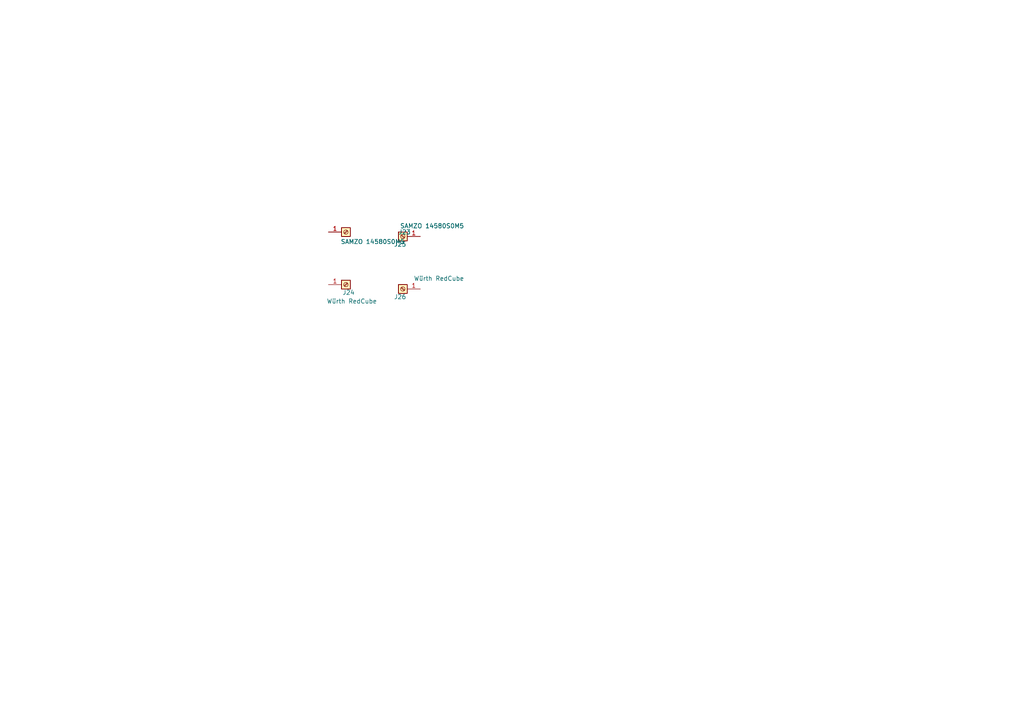
<source format=kicad_sch>
(kicad_sch
	(version 20231120)
	(generator "eeschema")
	(generator_version "8.0")
	(uuid "dc58b905-d3ee-4405-a357-6dd5bf81d2a7")
	(paper "A4")
	(lib_symbols
		(symbol "Connector:Screw_Terminal_01x01"
			(pin_names
				(offset 1.016) hide)
			(exclude_from_sim no)
			(in_bom yes)
			(on_board yes)
			(property "Reference" "J"
				(at 0 2.54 0)
				(effects
					(font
						(size 1.27 1.27)
					)
				)
			)
			(property "Value" "Screw_Terminal_01x01"
				(at 0 -2.54 0)
				(effects
					(font
						(size 1.27 1.27)
					)
				)
			)
			(property "Footprint" ""
				(at 0 0 0)
				(effects
					(font
						(size 1.27 1.27)
					)
					(hide yes)
				)
			)
			(property "Datasheet" "~"
				(at 0 0 0)
				(effects
					(font
						(size 1.27 1.27)
					)
					(hide yes)
				)
			)
			(property "Description" "Generic screw terminal, single row, 01x01, script generated (kicad-library-utils/schlib/autogen/connector/)"
				(at 0 0 0)
				(effects
					(font
						(size 1.27 1.27)
					)
					(hide yes)
				)
			)
			(property "ki_keywords" "screw terminal"
				(at 0 0 0)
				(effects
					(font
						(size 1.27 1.27)
					)
					(hide yes)
				)
			)
			(property "ki_fp_filters" "TerminalBlock*:*"
				(at 0 0 0)
				(effects
					(font
						(size 1.27 1.27)
					)
					(hide yes)
				)
			)
			(symbol "Screw_Terminal_01x01_1_1"
				(rectangle
					(start -1.27 1.27)
					(end 1.27 -1.27)
					(stroke
						(width 0.254)
						(type default)
					)
					(fill
						(type background)
					)
				)
				(polyline
					(pts
						(xy -0.5334 0.3302) (xy 0.3302 -0.508)
					)
					(stroke
						(width 0.1524)
						(type default)
					)
					(fill
						(type none)
					)
				)
				(polyline
					(pts
						(xy -0.3556 0.508) (xy 0.508 -0.3302)
					)
					(stroke
						(width 0.1524)
						(type default)
					)
					(fill
						(type none)
					)
				)
				(circle
					(center 0 0)
					(radius 0.635)
					(stroke
						(width 0.1524)
						(type default)
					)
					(fill
						(type none)
					)
				)
				(pin passive line
					(at -5.08 0 0)
					(length 3.81)
					(name "Pin_1"
						(effects
							(font
								(size 1.27 1.27)
							)
						)
					)
					(number "1"
						(effects
							(font
								(size 1.27 1.27)
							)
						)
					)
				)
			)
		)
	)
	(symbol
		(lib_id "Connector:Screw_Terminal_01x01")
		(at 100.33 82.55 0)
		(mirror x)
		(unit 1)
		(exclude_from_sim no)
		(in_bom yes)
		(on_board yes)
		(dnp no)
		(uuid "59bf4b81-4900-4a9b-aa3a-7bd5d0bd9e06")
		(property "Reference" "J24"
			(at 99.314 84.836 0)
			(effects
				(font
					(size 1.27 1.27)
				)
				(justify left)
			)
		)
		(property "Value" "Würth RedCube"
			(at 94.742 87.376 0)
			(effects
				(font
					(size 1.27 1.27)
				)
				(justify left)
			)
		)
		(property "Footprint" "myWürthSHFU:WP-SHFU_7461098_HAL"
			(at 100.33 82.55 0)
			(effects
				(font
					(size 1.27 1.27)
				)
				(hide yes)
			)
		)
		(property "Datasheet" "https://www.lcsc.com/datasheet/lcsc_datasheet_2409261545_SAMZO-14580S0M5_C41416688.pdf"
			(at 100.33 82.55 0)
			(effects
				(font
					(size 1.27 1.27)
				)
				(hide yes)
			)
		)
		(property "Description" "SCHRAUBANSCHLUSS M5 SMD 6-PIN 150A"
			(at 100.33 82.55 0)
			(effects
				(font
					(size 1.27 1.27)
				)
				(hide yes)
			)
		)
		(property "ECS Art#" "CON519"
			(at 100.33 82.55 0)
			(effects
				(font
					(size 1.27 1.27)
				)
				(hide yes)
			)
		)
		(property "HAN" " 14580S0"
			(at 100.33 82.55 0)
			(effects
				(font
					(size 1.27 1.27)
				)
				(hide yes)
			)
		)
		(property "Voltage" ""
			(at 100.33 82.55 0)
			(effects
				(font
					(size 1.27 1.27)
				)
				(hide yes)
			)
		)
		(property "Toleranz" ""
			(at 100.33 82.55 0)
			(effects
				(font
					(size 1.27 1.27)
				)
				(hide yes)
			)
		)
		(property "Hersteller" "SAMZO "
			(at 100.33 82.55 0)
			(effects
				(font
					(size 1.27 1.27)
				)
				(hide yes)
			)
		)
		(pin "1"
			(uuid "1da798aa-b959-4c47-bf98-fd9958da4e2e")
		)
		(instances
			(project "greenSmartSwitch"
				(path "/bf1f8167-8e29-49cc-a467-dd9cc2c77246/5376d07f-3cc6-4cdc-8a97-d86082792d40"
					(reference "J24")
					(unit 1)
				)
			)
		)
	)
	(symbol
		(lib_id "Connector:Screw_Terminal_01x01")
		(at 100.33 67.31 0)
		(mirror x)
		(unit 1)
		(exclude_from_sim no)
		(in_bom yes)
		(on_board yes)
		(dnp no)
		(uuid "9e2a94b0-e014-4fd8-b31a-2e289526870b")
		(property "Reference" "J23"
			(at 115.57 67.3099 0)
			(effects
				(font
					(size 1.27 1.27)
				)
				(justify left)
			)
		)
		(property "Value" "SAMZO 14580S0M5"
			(at 98.806 70.104 0)
			(effects
				(font
					(size 1.27 1.27)
				)
				(justify left)
			)
		)
		(property "Footprint" "myChineseConnectors:14580S0M5"
			(at 100.33 67.31 0)
			(effects
				(font
					(size 1.27 1.27)
				)
				(hide yes)
			)
		)
		(property "Datasheet" "https://www.lcsc.com/datasheet/lcsc_datasheet_2409261545_SAMZO-14580S0M5_C41416688.pdf"
			(at 100.33 67.31 0)
			(effects
				(font
					(size 1.27 1.27)
				)
				(hide yes)
			)
		)
		(property "Description" "SCHRAUBANSCHLUSS M5 SMD 6-PIN 150A"
			(at 100.33 67.31 0)
			(effects
				(font
					(size 1.27 1.27)
				)
				(hide yes)
			)
		)
		(property "ECS Art#" "CON519"
			(at 100.33 67.31 0)
			(effects
				(font
					(size 1.27 1.27)
				)
				(hide yes)
			)
		)
		(property "HAN" " 14580S0"
			(at 100.33 67.31 0)
			(effects
				(font
					(size 1.27 1.27)
				)
				(hide yes)
			)
		)
		(property "Voltage" ""
			(at 100.33 67.31 0)
			(effects
				(font
					(size 1.27 1.27)
				)
				(hide yes)
			)
		)
		(property "Toleranz" ""
			(at 100.33 67.31 0)
			(effects
				(font
					(size 1.27 1.27)
				)
				(hide yes)
			)
		)
		(property "Hersteller" "SAMZO "
			(at 100.33 67.31 0)
			(effects
				(font
					(size 1.27 1.27)
				)
				(hide yes)
			)
		)
		(pin "1"
			(uuid "945a43c1-380d-41f4-a634-079cf5d6218d")
		)
		(instances
			(project "greenSmartSwitch"
				(path "/bf1f8167-8e29-49cc-a467-dd9cc2c77246/5376d07f-3cc6-4cdc-8a97-d86082792d40"
					(reference "J23")
					(unit 1)
				)
			)
		)
	)
	(symbol
		(lib_id "Connector:Screw_Terminal_01x01")
		(at 116.84 68.58 180)
		(unit 1)
		(exclude_from_sim no)
		(in_bom yes)
		(on_board yes)
		(dnp no)
		(uuid "b3d8b76d-7dd8-4014-a665-7d503ddf7569")
		(property "Reference" "J25"
			(at 117.856 70.866 0)
			(effects
				(font
					(size 1.27 1.27)
				)
				(justify left)
			)
		)
		(property "Value" "SAMZO 14580S0M5"
			(at 134.62 65.532 0)
			(effects
				(font
					(size 1.27 1.27)
				)
				(justify left)
			)
		)
		(property "Footprint" "myChineseConnectors:14580S0M5"
			(at 116.84 68.58 0)
			(effects
				(font
					(size 1.27 1.27)
				)
				(hide yes)
			)
		)
		(property "Datasheet" "https://www.lcsc.com/datasheet/lcsc_datasheet_2409261545_SAMZO-14580S0M5_C41416688.pdf"
			(at 116.84 68.58 0)
			(effects
				(font
					(size 1.27 1.27)
				)
				(hide yes)
			)
		)
		(property "Description" "SCHRAUBANSCHLUSS M5 SMD 6-PIN 150A"
			(at 116.84 68.58 0)
			(effects
				(font
					(size 1.27 1.27)
				)
				(hide yes)
			)
		)
		(property "ECS Art#" "CON519"
			(at 116.84 68.58 0)
			(effects
				(font
					(size 1.27 1.27)
				)
				(hide yes)
			)
		)
		(property "HAN" " 14580S0"
			(at 116.84 68.58 0)
			(effects
				(font
					(size 1.27 1.27)
				)
				(hide yes)
			)
		)
		(property "Voltage" ""
			(at 116.84 68.58 0)
			(effects
				(font
					(size 1.27 1.27)
				)
				(hide yes)
			)
		)
		(property "Toleranz" ""
			(at 116.84 68.58 0)
			(effects
				(font
					(size 1.27 1.27)
				)
				(hide yes)
			)
		)
		(property "Hersteller" "SAMZO "
			(at 116.84 68.58 0)
			(effects
				(font
					(size 1.27 1.27)
				)
				(hide yes)
			)
		)
		(pin "1"
			(uuid "72e8cfcb-0d3f-4651-8551-89fd8ba9acbe")
		)
		(instances
			(project "greenSmartSwitch"
				(path "/bf1f8167-8e29-49cc-a467-dd9cc2c77246/5376d07f-3cc6-4cdc-8a97-d86082792d40"
					(reference "J25")
					(unit 1)
				)
			)
		)
	)
	(symbol
		(lib_id "Connector:Screw_Terminal_01x01")
		(at 116.84 83.82 180)
		(unit 1)
		(exclude_from_sim no)
		(in_bom yes)
		(on_board yes)
		(dnp no)
		(uuid "c7f14d3a-6bc4-46f5-8828-6773d31b0eba")
		(property "Reference" "J26"
			(at 117.856 86.106 0)
			(effects
				(font
					(size 1.27 1.27)
				)
				(justify left)
			)
		)
		(property "Value" "Würth RedCube"
			(at 134.62 80.772 0)
			(effects
				(font
					(size 1.27 1.27)
				)
				(justify left)
			)
		)
		(property "Footprint" "myWürthSHFU:WP-SHFU_7461098_HAL"
			(at 116.84 83.82 0)
			(effects
				(font
					(size 1.27 1.27)
				)
				(hide yes)
			)
		)
		(property "Datasheet" "https://www.lcsc.com/datasheet/lcsc_datasheet_2409261545_SAMZO-14580S0M5_C41416688.pdf"
			(at 116.84 83.82 0)
			(effects
				(font
					(size 1.27 1.27)
				)
				(hide yes)
			)
		)
		(property "Description" "SCHRAUBANSCHLUSS M5 SMD 6-PIN 150A"
			(at 116.84 83.82 0)
			(effects
				(font
					(size 1.27 1.27)
				)
				(hide yes)
			)
		)
		(property "ECS Art#" "CON519"
			(at 116.84 83.82 0)
			(effects
				(font
					(size 1.27 1.27)
				)
				(hide yes)
			)
		)
		(property "HAN" " 14580S0"
			(at 116.84 83.82 0)
			(effects
				(font
					(size 1.27 1.27)
				)
				(hide yes)
			)
		)
		(property "Voltage" ""
			(at 116.84 83.82 0)
			(effects
				(font
					(size 1.27 1.27)
				)
				(hide yes)
			)
		)
		(property "Toleranz" ""
			(at 116.84 83.82 0)
			(effects
				(font
					(size 1.27 1.27)
				)
				(hide yes)
			)
		)
		(property "Hersteller" "SAMZO "
			(at 116.84 83.82 0)
			(effects
				(font
					(size 1.27 1.27)
				)
				(hide yes)
			)
		)
		(pin "1"
			(uuid "4b536ea5-f994-4144-9c1b-c51bcd43db73")
		)
		(instances
			(project "greenSmartSwitch"
				(path "/bf1f8167-8e29-49cc-a467-dd9cc2c77246/5376d07f-3cc6-4cdc-8a97-d86082792d40"
					(reference "J26")
					(unit 1)
				)
			)
		)
	)
)

</source>
